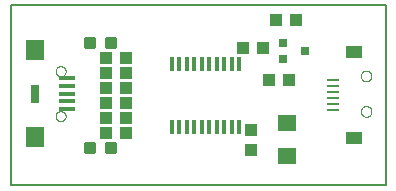
<source format=gtp>
G75*
%MOIN*%
%OFA0B0*%
%FSLAX25Y25*%
%IPPOS*%
%LPD*%
%AMOC8*
5,1,8,0,0,1.08239X$1,22.5*
%
%ADD10C,0.00800*%
%ADD11R,0.01500X0.04500*%
%ADD12R,0.03937X0.04331*%
%ADD13R,0.04331X0.03937*%
%ADD14R,0.05709X0.01575*%
%ADD15C,0.00000*%
%ADD16R,0.05906X0.07087*%
%ADD17R,0.02756X0.05906*%
%ADD18R,0.06299X0.05512*%
%ADD19C,0.01181*%
%ADD20R,0.02756X0.02756*%
%ADD21R,0.03937X0.00984*%
%ADD22R,0.05276X0.03937*%
D10*
X0123333Y0058200D02*
X0248333Y0058200D01*
X0248333Y0118200D01*
X0123333Y0118200D01*
X0123333Y0058200D01*
D11*
X0177083Y0077650D03*
X0179583Y0077650D03*
X0182083Y0077650D03*
X0184583Y0077650D03*
X0187083Y0077650D03*
X0189583Y0077650D03*
X0192083Y0077650D03*
X0194583Y0077650D03*
X0197083Y0077650D03*
X0199583Y0077650D03*
X0199583Y0098750D03*
X0197083Y0098750D03*
X0194583Y0098750D03*
X0192083Y0098750D03*
X0189583Y0098750D03*
X0187083Y0098750D03*
X0184583Y0098750D03*
X0182083Y0098750D03*
X0179583Y0098750D03*
X0177083Y0098750D03*
D12*
X0203433Y0076746D03*
X0203433Y0070054D03*
D13*
X0161680Y0075700D03*
X0154987Y0075700D03*
X0154987Y0080700D03*
X0161680Y0080700D03*
X0161680Y0085700D03*
X0154987Y0085700D03*
X0154987Y0090700D03*
X0161680Y0090700D03*
X0161680Y0095700D03*
X0154987Y0095700D03*
X0154987Y0100700D03*
X0161680Y0100700D03*
X0200867Y0104050D03*
X0207560Y0104050D03*
X0211787Y0113200D03*
X0218480Y0113200D03*
X0216280Y0093200D03*
X0209587Y0093200D03*
D14*
X0142062Y0093818D03*
X0142062Y0091259D03*
X0142062Y0088700D03*
X0142062Y0086141D03*
X0142062Y0083582D03*
D15*
X0138322Y0081220D02*
X0138324Y0081301D01*
X0138330Y0081383D01*
X0138340Y0081464D01*
X0138354Y0081544D01*
X0138371Y0081623D01*
X0138393Y0081702D01*
X0138418Y0081779D01*
X0138447Y0081856D01*
X0138480Y0081930D01*
X0138517Y0082003D01*
X0138556Y0082074D01*
X0138600Y0082143D01*
X0138646Y0082210D01*
X0138696Y0082274D01*
X0138749Y0082336D01*
X0138805Y0082396D01*
X0138863Y0082452D01*
X0138925Y0082506D01*
X0138989Y0082557D01*
X0139055Y0082604D01*
X0139123Y0082648D01*
X0139194Y0082689D01*
X0139266Y0082726D01*
X0139341Y0082760D01*
X0139416Y0082790D01*
X0139494Y0082816D01*
X0139572Y0082839D01*
X0139651Y0082857D01*
X0139731Y0082872D01*
X0139812Y0082883D01*
X0139893Y0082890D01*
X0139975Y0082893D01*
X0140056Y0082892D01*
X0140137Y0082887D01*
X0140218Y0082878D01*
X0140299Y0082865D01*
X0140379Y0082848D01*
X0140457Y0082828D01*
X0140535Y0082803D01*
X0140612Y0082775D01*
X0140687Y0082743D01*
X0140760Y0082708D01*
X0140831Y0082669D01*
X0140901Y0082626D01*
X0140968Y0082581D01*
X0141034Y0082532D01*
X0141096Y0082480D01*
X0141156Y0082424D01*
X0141213Y0082366D01*
X0141268Y0082306D01*
X0141319Y0082242D01*
X0141367Y0082177D01*
X0141412Y0082109D01*
X0141454Y0082039D01*
X0141492Y0081967D01*
X0141527Y0081893D01*
X0141558Y0081818D01*
X0141585Y0081741D01*
X0141608Y0081663D01*
X0141628Y0081584D01*
X0141644Y0081504D01*
X0141656Y0081423D01*
X0141664Y0081342D01*
X0141668Y0081261D01*
X0141668Y0081179D01*
X0141664Y0081098D01*
X0141656Y0081017D01*
X0141644Y0080936D01*
X0141628Y0080856D01*
X0141608Y0080777D01*
X0141585Y0080699D01*
X0141558Y0080622D01*
X0141527Y0080547D01*
X0141492Y0080473D01*
X0141454Y0080401D01*
X0141412Y0080331D01*
X0141367Y0080263D01*
X0141319Y0080198D01*
X0141268Y0080134D01*
X0141213Y0080074D01*
X0141156Y0080016D01*
X0141096Y0079960D01*
X0141034Y0079908D01*
X0140968Y0079859D01*
X0140901Y0079814D01*
X0140832Y0079771D01*
X0140760Y0079732D01*
X0140687Y0079697D01*
X0140612Y0079665D01*
X0140535Y0079637D01*
X0140457Y0079612D01*
X0140379Y0079592D01*
X0140299Y0079575D01*
X0140218Y0079562D01*
X0140137Y0079553D01*
X0140056Y0079548D01*
X0139975Y0079547D01*
X0139893Y0079550D01*
X0139812Y0079557D01*
X0139731Y0079568D01*
X0139651Y0079583D01*
X0139572Y0079601D01*
X0139494Y0079624D01*
X0139416Y0079650D01*
X0139341Y0079680D01*
X0139266Y0079714D01*
X0139194Y0079751D01*
X0139123Y0079792D01*
X0139055Y0079836D01*
X0138989Y0079883D01*
X0138925Y0079934D01*
X0138863Y0079988D01*
X0138805Y0080044D01*
X0138749Y0080104D01*
X0138696Y0080166D01*
X0138646Y0080230D01*
X0138600Y0080297D01*
X0138556Y0080366D01*
X0138517Y0080437D01*
X0138480Y0080510D01*
X0138447Y0080584D01*
X0138418Y0080661D01*
X0138393Y0080738D01*
X0138371Y0080817D01*
X0138354Y0080896D01*
X0138340Y0080976D01*
X0138330Y0081057D01*
X0138324Y0081139D01*
X0138322Y0081220D01*
X0138322Y0096180D02*
X0138324Y0096261D01*
X0138330Y0096343D01*
X0138340Y0096424D01*
X0138354Y0096504D01*
X0138371Y0096583D01*
X0138393Y0096662D01*
X0138418Y0096739D01*
X0138447Y0096816D01*
X0138480Y0096890D01*
X0138517Y0096963D01*
X0138556Y0097034D01*
X0138600Y0097103D01*
X0138646Y0097170D01*
X0138696Y0097234D01*
X0138749Y0097296D01*
X0138805Y0097356D01*
X0138863Y0097412D01*
X0138925Y0097466D01*
X0138989Y0097517D01*
X0139055Y0097564D01*
X0139123Y0097608D01*
X0139194Y0097649D01*
X0139266Y0097686D01*
X0139341Y0097720D01*
X0139416Y0097750D01*
X0139494Y0097776D01*
X0139572Y0097799D01*
X0139651Y0097817D01*
X0139731Y0097832D01*
X0139812Y0097843D01*
X0139893Y0097850D01*
X0139975Y0097853D01*
X0140056Y0097852D01*
X0140137Y0097847D01*
X0140218Y0097838D01*
X0140299Y0097825D01*
X0140379Y0097808D01*
X0140457Y0097788D01*
X0140535Y0097763D01*
X0140612Y0097735D01*
X0140687Y0097703D01*
X0140760Y0097668D01*
X0140831Y0097629D01*
X0140901Y0097586D01*
X0140968Y0097541D01*
X0141034Y0097492D01*
X0141096Y0097440D01*
X0141156Y0097384D01*
X0141213Y0097326D01*
X0141268Y0097266D01*
X0141319Y0097202D01*
X0141367Y0097137D01*
X0141412Y0097069D01*
X0141454Y0096999D01*
X0141492Y0096927D01*
X0141527Y0096853D01*
X0141558Y0096778D01*
X0141585Y0096701D01*
X0141608Y0096623D01*
X0141628Y0096544D01*
X0141644Y0096464D01*
X0141656Y0096383D01*
X0141664Y0096302D01*
X0141668Y0096221D01*
X0141668Y0096139D01*
X0141664Y0096058D01*
X0141656Y0095977D01*
X0141644Y0095896D01*
X0141628Y0095816D01*
X0141608Y0095737D01*
X0141585Y0095659D01*
X0141558Y0095582D01*
X0141527Y0095507D01*
X0141492Y0095433D01*
X0141454Y0095361D01*
X0141412Y0095291D01*
X0141367Y0095223D01*
X0141319Y0095158D01*
X0141268Y0095094D01*
X0141213Y0095034D01*
X0141156Y0094976D01*
X0141096Y0094920D01*
X0141034Y0094868D01*
X0140968Y0094819D01*
X0140901Y0094774D01*
X0140832Y0094731D01*
X0140760Y0094692D01*
X0140687Y0094657D01*
X0140612Y0094625D01*
X0140535Y0094597D01*
X0140457Y0094572D01*
X0140379Y0094552D01*
X0140299Y0094535D01*
X0140218Y0094522D01*
X0140137Y0094513D01*
X0140056Y0094508D01*
X0139975Y0094507D01*
X0139893Y0094510D01*
X0139812Y0094517D01*
X0139731Y0094528D01*
X0139651Y0094543D01*
X0139572Y0094561D01*
X0139494Y0094584D01*
X0139416Y0094610D01*
X0139341Y0094640D01*
X0139266Y0094674D01*
X0139194Y0094711D01*
X0139123Y0094752D01*
X0139055Y0094796D01*
X0138989Y0094843D01*
X0138925Y0094894D01*
X0138863Y0094948D01*
X0138805Y0095004D01*
X0138749Y0095064D01*
X0138696Y0095126D01*
X0138646Y0095190D01*
X0138600Y0095257D01*
X0138556Y0095326D01*
X0138517Y0095397D01*
X0138480Y0095470D01*
X0138447Y0095544D01*
X0138418Y0095621D01*
X0138393Y0095698D01*
X0138371Y0095777D01*
X0138354Y0095856D01*
X0138340Y0095936D01*
X0138330Y0096017D01*
X0138324Y0096099D01*
X0138322Y0096180D01*
X0240061Y0094606D02*
X0240063Y0094690D01*
X0240069Y0094773D01*
X0240079Y0094856D01*
X0240093Y0094939D01*
X0240110Y0095021D01*
X0240132Y0095102D01*
X0240157Y0095181D01*
X0240186Y0095260D01*
X0240219Y0095337D01*
X0240255Y0095412D01*
X0240295Y0095486D01*
X0240338Y0095558D01*
X0240385Y0095627D01*
X0240435Y0095694D01*
X0240488Y0095759D01*
X0240544Y0095821D01*
X0240602Y0095881D01*
X0240664Y0095938D01*
X0240728Y0095991D01*
X0240795Y0096042D01*
X0240864Y0096089D01*
X0240935Y0096134D01*
X0241008Y0096174D01*
X0241083Y0096211D01*
X0241160Y0096245D01*
X0241238Y0096275D01*
X0241317Y0096301D01*
X0241398Y0096324D01*
X0241480Y0096342D01*
X0241562Y0096357D01*
X0241645Y0096368D01*
X0241728Y0096375D01*
X0241812Y0096378D01*
X0241896Y0096377D01*
X0241979Y0096372D01*
X0242063Y0096363D01*
X0242145Y0096350D01*
X0242227Y0096334D01*
X0242308Y0096313D01*
X0242389Y0096289D01*
X0242467Y0096261D01*
X0242545Y0096229D01*
X0242621Y0096193D01*
X0242695Y0096154D01*
X0242767Y0096112D01*
X0242837Y0096066D01*
X0242905Y0096017D01*
X0242970Y0095965D01*
X0243033Y0095910D01*
X0243093Y0095852D01*
X0243151Y0095791D01*
X0243205Y0095727D01*
X0243257Y0095661D01*
X0243305Y0095593D01*
X0243350Y0095522D01*
X0243391Y0095449D01*
X0243430Y0095375D01*
X0243464Y0095299D01*
X0243495Y0095221D01*
X0243522Y0095142D01*
X0243546Y0095061D01*
X0243565Y0094980D01*
X0243581Y0094898D01*
X0243593Y0094815D01*
X0243601Y0094731D01*
X0243605Y0094648D01*
X0243605Y0094564D01*
X0243601Y0094481D01*
X0243593Y0094397D01*
X0243581Y0094314D01*
X0243565Y0094232D01*
X0243546Y0094151D01*
X0243522Y0094070D01*
X0243495Y0093991D01*
X0243464Y0093913D01*
X0243430Y0093837D01*
X0243391Y0093763D01*
X0243350Y0093690D01*
X0243305Y0093619D01*
X0243257Y0093551D01*
X0243205Y0093485D01*
X0243151Y0093421D01*
X0243093Y0093360D01*
X0243033Y0093302D01*
X0242970Y0093247D01*
X0242905Y0093195D01*
X0242837Y0093146D01*
X0242767Y0093100D01*
X0242695Y0093058D01*
X0242621Y0093019D01*
X0242545Y0092983D01*
X0242467Y0092951D01*
X0242389Y0092923D01*
X0242308Y0092899D01*
X0242227Y0092878D01*
X0242145Y0092862D01*
X0242063Y0092849D01*
X0241979Y0092840D01*
X0241896Y0092835D01*
X0241812Y0092834D01*
X0241728Y0092837D01*
X0241645Y0092844D01*
X0241562Y0092855D01*
X0241480Y0092870D01*
X0241398Y0092888D01*
X0241317Y0092911D01*
X0241238Y0092937D01*
X0241160Y0092967D01*
X0241083Y0093001D01*
X0241008Y0093038D01*
X0240935Y0093078D01*
X0240864Y0093123D01*
X0240795Y0093170D01*
X0240728Y0093221D01*
X0240664Y0093274D01*
X0240602Y0093331D01*
X0240544Y0093391D01*
X0240488Y0093453D01*
X0240435Y0093518D01*
X0240385Y0093585D01*
X0240338Y0093654D01*
X0240295Y0093726D01*
X0240255Y0093800D01*
X0240219Y0093875D01*
X0240186Y0093952D01*
X0240157Y0094031D01*
X0240132Y0094110D01*
X0240110Y0094191D01*
X0240093Y0094273D01*
X0240079Y0094356D01*
X0240069Y0094439D01*
X0240063Y0094522D01*
X0240061Y0094606D01*
X0240061Y0082794D02*
X0240063Y0082878D01*
X0240069Y0082961D01*
X0240079Y0083044D01*
X0240093Y0083127D01*
X0240110Y0083209D01*
X0240132Y0083290D01*
X0240157Y0083369D01*
X0240186Y0083448D01*
X0240219Y0083525D01*
X0240255Y0083600D01*
X0240295Y0083674D01*
X0240338Y0083746D01*
X0240385Y0083815D01*
X0240435Y0083882D01*
X0240488Y0083947D01*
X0240544Y0084009D01*
X0240602Y0084069D01*
X0240664Y0084126D01*
X0240728Y0084179D01*
X0240795Y0084230D01*
X0240864Y0084277D01*
X0240935Y0084322D01*
X0241008Y0084362D01*
X0241083Y0084399D01*
X0241160Y0084433D01*
X0241238Y0084463D01*
X0241317Y0084489D01*
X0241398Y0084512D01*
X0241480Y0084530D01*
X0241562Y0084545D01*
X0241645Y0084556D01*
X0241728Y0084563D01*
X0241812Y0084566D01*
X0241896Y0084565D01*
X0241979Y0084560D01*
X0242063Y0084551D01*
X0242145Y0084538D01*
X0242227Y0084522D01*
X0242308Y0084501D01*
X0242389Y0084477D01*
X0242467Y0084449D01*
X0242545Y0084417D01*
X0242621Y0084381D01*
X0242695Y0084342D01*
X0242767Y0084300D01*
X0242837Y0084254D01*
X0242905Y0084205D01*
X0242970Y0084153D01*
X0243033Y0084098D01*
X0243093Y0084040D01*
X0243151Y0083979D01*
X0243205Y0083915D01*
X0243257Y0083849D01*
X0243305Y0083781D01*
X0243350Y0083710D01*
X0243391Y0083637D01*
X0243430Y0083563D01*
X0243464Y0083487D01*
X0243495Y0083409D01*
X0243522Y0083330D01*
X0243546Y0083249D01*
X0243565Y0083168D01*
X0243581Y0083086D01*
X0243593Y0083003D01*
X0243601Y0082919D01*
X0243605Y0082836D01*
X0243605Y0082752D01*
X0243601Y0082669D01*
X0243593Y0082585D01*
X0243581Y0082502D01*
X0243565Y0082420D01*
X0243546Y0082339D01*
X0243522Y0082258D01*
X0243495Y0082179D01*
X0243464Y0082101D01*
X0243430Y0082025D01*
X0243391Y0081951D01*
X0243350Y0081878D01*
X0243305Y0081807D01*
X0243257Y0081739D01*
X0243205Y0081673D01*
X0243151Y0081609D01*
X0243093Y0081548D01*
X0243033Y0081490D01*
X0242970Y0081435D01*
X0242905Y0081383D01*
X0242837Y0081334D01*
X0242767Y0081288D01*
X0242695Y0081246D01*
X0242621Y0081207D01*
X0242545Y0081171D01*
X0242467Y0081139D01*
X0242389Y0081111D01*
X0242308Y0081087D01*
X0242227Y0081066D01*
X0242145Y0081050D01*
X0242063Y0081037D01*
X0241979Y0081028D01*
X0241896Y0081023D01*
X0241812Y0081022D01*
X0241728Y0081025D01*
X0241645Y0081032D01*
X0241562Y0081043D01*
X0241480Y0081058D01*
X0241398Y0081076D01*
X0241317Y0081099D01*
X0241238Y0081125D01*
X0241160Y0081155D01*
X0241083Y0081189D01*
X0241008Y0081226D01*
X0240935Y0081266D01*
X0240864Y0081311D01*
X0240795Y0081358D01*
X0240728Y0081409D01*
X0240664Y0081462D01*
X0240602Y0081519D01*
X0240544Y0081579D01*
X0240488Y0081641D01*
X0240435Y0081706D01*
X0240385Y0081773D01*
X0240338Y0081842D01*
X0240295Y0081914D01*
X0240255Y0081988D01*
X0240219Y0082063D01*
X0240186Y0082140D01*
X0240157Y0082219D01*
X0240132Y0082298D01*
X0240110Y0082379D01*
X0240093Y0082461D01*
X0240079Y0082544D01*
X0240069Y0082627D01*
X0240063Y0082710D01*
X0240061Y0082794D01*
D16*
X0131333Y0074196D03*
X0131333Y0103204D03*
D17*
X0131333Y0088700D03*
D18*
X0215433Y0078812D03*
X0215433Y0067788D03*
D19*
X0155408Y0069322D02*
X0155408Y0072078D01*
X0158164Y0072078D01*
X0158164Y0069322D01*
X0155408Y0069322D01*
X0155408Y0070502D02*
X0158164Y0070502D01*
X0158164Y0071682D02*
X0155408Y0071682D01*
X0148503Y0072078D02*
X0148503Y0069322D01*
X0148503Y0072078D02*
X0151259Y0072078D01*
X0151259Y0069322D01*
X0148503Y0069322D01*
X0148503Y0070502D02*
X0151259Y0070502D01*
X0151259Y0071682D02*
X0148503Y0071682D01*
X0148503Y0104322D02*
X0148503Y0107078D01*
X0151259Y0107078D01*
X0151259Y0104322D01*
X0148503Y0104322D01*
X0148503Y0105502D02*
X0151259Y0105502D01*
X0151259Y0106682D02*
X0148503Y0106682D01*
X0155408Y0107078D02*
X0155408Y0104322D01*
X0155408Y0107078D02*
X0158164Y0107078D01*
X0158164Y0104322D01*
X0155408Y0104322D01*
X0155408Y0105502D02*
X0158164Y0105502D01*
X0158164Y0106682D02*
X0155408Y0106682D01*
D20*
X0214092Y0105559D03*
X0221375Y0103000D03*
X0214092Y0100441D03*
D21*
X0230833Y0093121D03*
X0230833Y0091153D03*
X0230833Y0089184D03*
X0230833Y0087216D03*
X0230833Y0085247D03*
X0230833Y0083279D03*
D22*
X0237625Y0073879D03*
X0237625Y0102521D03*
M02*

</source>
